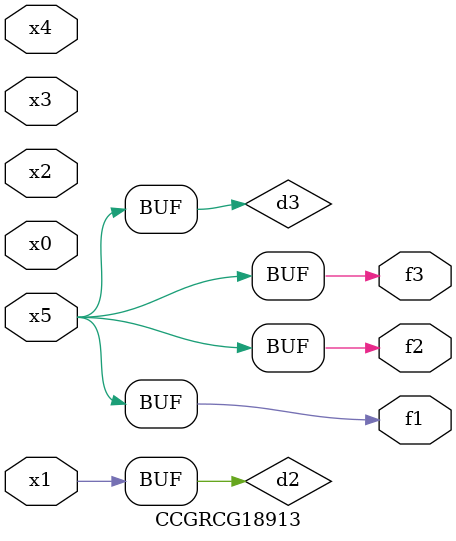
<source format=v>
module CCGRCG18913(
	input x0, x1, x2, x3, x4, x5,
	output f1, f2, f3
);

	wire d1, d2, d3;

	not (d1, x5);
	or (d2, x1);
	xnor (d3, d1);
	assign f1 = d3;
	assign f2 = d3;
	assign f3 = d3;
endmodule

</source>
